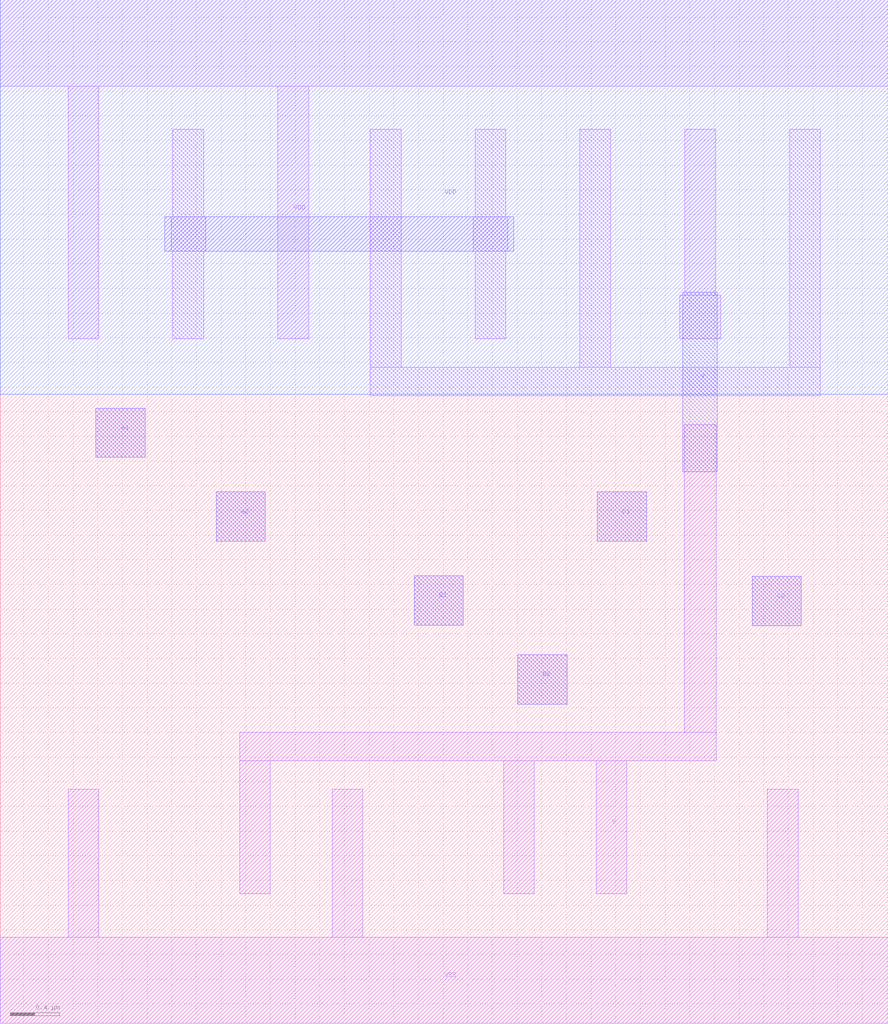
<source format=lef>
VERSION 5.7 ;
  NOWIREEXTENSIONATPIN ON ;
  DIVIDERCHAR "/" ;
  BUSBITCHARS "[]" ;
MACRO gf180mcu_sah_sc_aoi222_1
  CLASS BLOCK ;
  FOREIGN gf180mcu_sah_sc_aoi222_1 ;
  ORIGIN 17.590 -2.240 ;
  SIZE 7.200 BY 8.300 ;
  PIN VSS
    USE GROUND ;
    PORT
      LAYER Metal1 ;
        RECT -17.040 2.940 -16.790 4.140 ;
        RECT -14.900 2.940 -14.650 4.140 ;
        RECT -11.370 2.940 -11.120 4.140 ;
        RECT -17.590 2.240 -10.390 2.940 ;
    END
  END VSS
  PIN VDD
    USE POWER ;
    PORT
      LAYER Nwell ;
        RECT -17.590 7.340 -10.390 10.540 ;
      LAYER Metal1 ;
        RECT -17.590 9.840 -10.390 10.540 ;
        RECT -17.040 7.790 -16.790 9.840 ;
        RECT -15.340 7.790 -15.090 9.840 ;
    END
  END VDD
  PIN Y
    ANTENNADIFFAREA 2.210000 ;
    PORT
      LAYER Metal1 ;
        RECT -12.040 8.145 -11.790 9.490 ;
        RECT -12.080 7.790 -11.750 8.145 ;
        RECT -12.045 4.600 -11.785 7.095 ;
        RECT -15.650 4.370 -11.785 4.600 ;
        RECT -15.650 3.290 -15.400 4.370 ;
        RECT -13.510 3.290 -13.260 4.370 ;
        RECT -12.760 3.290 -12.510 4.370 ;
      LAYER Metal2 ;
        RECT -12.055 6.715 -11.775 8.170 ;
    END
  END Y
  PIN A1
    ANTENNAGATEAREA 0.765000 ;
    PORT
      LAYER Metal1 ;
        RECT -16.815 6.830 -16.415 7.230 ;
      LAYER Metal2 ;
        RECT -16.815 6.830 -16.415 7.230 ;
    END
  END A1
  PIN A2
    ANTENNAGATEAREA 0.765000 ;
    PORT
      LAYER Metal1 ;
        RECT -15.840 6.150 -15.440 6.550 ;
      LAYER Metal2 ;
        RECT -15.840 6.150 -15.440 6.550 ;
    END
  END A2
  PIN B1
    ANTENNAGATEAREA 0.765000 ;
    PORT
      LAYER Metal1 ;
        RECT -14.235 5.470 -13.835 5.870 ;
      LAYER Metal2 ;
        RECT -14.235 5.470 -13.835 5.870 ;
    END
  END B1
  PIN B2
    ANTENNAGATEAREA 0.765000 ;
    PORT
      LAYER Metal1 ;
        RECT -13.395 4.830 -12.995 5.230 ;
      LAYER Metal2 ;
        RECT -13.395 4.830 -12.995 5.230 ;
    END
  END B2
  PIN C2
    ANTENNAGATEAREA 0.765000 ;
    PORT
      LAYER Metal1 ;
        RECT -11.495 5.465 -11.095 5.865 ;
      LAYER Metal2 ;
        RECT -11.495 5.465 -11.095 5.865 ;
    END
  END C2
  PIN C1
    ANTENNAGATEAREA 0.765000 ;
    PORT
      LAYER Metal1 ;
        RECT -12.750 6.150 -12.350 6.550 ;
      LAYER Metal2 ;
        RECT -12.750 6.150 -12.350 6.550 ;
    END
  END C1
  OBS
      LAYER Metal1 ;
        RECT -16.190 8.780 -15.940 9.490 ;
        RECT -16.205 8.500 -15.925 8.780 ;
        RECT -16.190 7.790 -15.940 8.500 ;
        RECT -14.590 7.560 -14.340 9.490 ;
        RECT -13.740 8.780 -13.490 9.490 ;
        RECT -13.755 8.500 -13.475 8.780 ;
        RECT -13.740 7.790 -13.490 8.500 ;
        RECT -12.890 7.560 -12.640 9.490 ;
        RECT -11.190 7.560 -10.940 9.490 ;
        RECT -14.590 7.330 -10.940 7.560 ;
      LAYER Metal2 ;
        RECT -16.255 8.500 -13.425 8.780 ;
  END
END gf180mcu_sah_sc_aoi222_1
END LIBRARY


</source>
